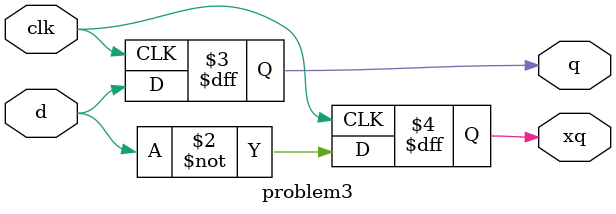
<source format=v>

module problem3(clk, d, q, xq);

input d, clk;
output reg q, xq;

always@(posedge clk) begin
	q <= d;
	xq <= ~d;
end

endmodule

</source>
